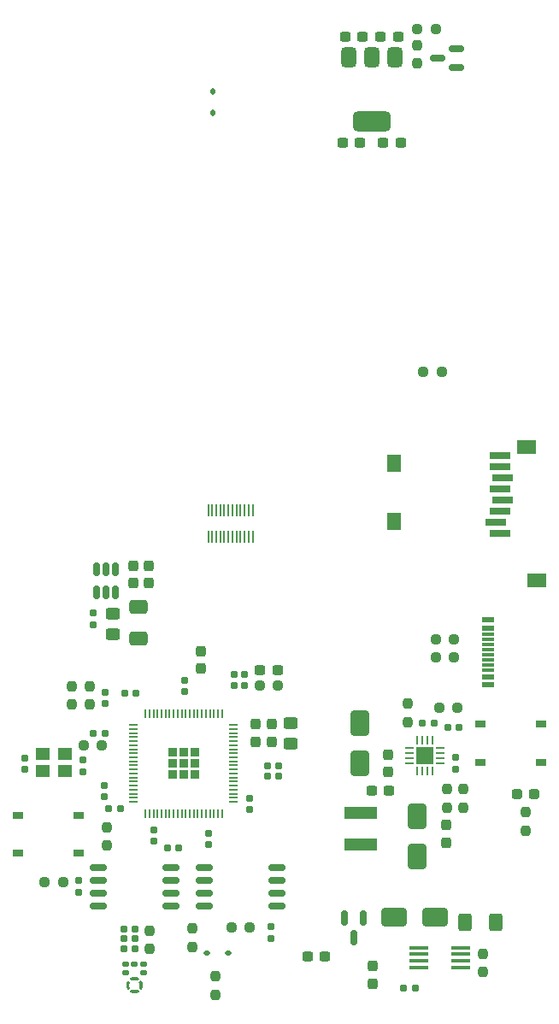
<source format=gbp>
%TF.GenerationSoftware,KiCad,Pcbnew,9.0.0*%
%TF.CreationDate,2025-09-17T13:37:23-06:00*%
%TF.ProjectId,OSS Radio Hardware Design,4f535320-5261-4646-996f-204861726477,rev?*%
%TF.SameCoordinates,Original*%
%TF.FileFunction,Paste,Bot*%
%TF.FilePolarity,Positive*%
%FSLAX46Y46*%
G04 Gerber Fmt 4.6, Leading zero omitted, Abs format (unit mm)*
G04 Created by KiCad (PCBNEW 9.0.0) date 2025-09-17 13:37:23*
%MOMM*%
%LPD*%
G01*
G04 APERTURE LIST*
G04 Aperture macros list*
%AMRoundRect*
0 Rectangle with rounded corners*
0 $1 Rounding radius*
0 $2 $3 $4 $5 $6 $7 $8 $9 X,Y pos of 4 corners*
0 Add a 4 corners polygon primitive as box body*
4,1,4,$2,$3,$4,$5,$6,$7,$8,$9,$2,$3,0*
0 Add four circle primitives for the rounded corners*
1,1,$1+$1,$2,$3*
1,1,$1+$1,$4,$5*
1,1,$1+$1,$6,$7*
1,1,$1+$1,$8,$9*
0 Add four rect primitives between the rounded corners*
20,1,$1+$1,$2,$3,$4,$5,0*
20,1,$1+$1,$4,$5,$6,$7,0*
20,1,$1+$1,$6,$7,$8,$9,0*
20,1,$1+$1,$8,$9,$2,$3,0*%
G04 Aperture macros list end*
%ADD10C,0.000000*%
%ADD11RoundRect,0.237500X0.237500X-0.250000X0.237500X0.250000X-0.237500X0.250000X-0.237500X-0.250000X0*%
%ADD12RoundRect,0.155000X-0.155000X0.212500X-0.155000X-0.212500X0.155000X-0.212500X0.155000X0.212500X0*%
%ADD13R,1.000000X0.750000*%
%ADD14RoundRect,0.237500X0.250000X0.237500X-0.250000X0.237500X-0.250000X-0.237500X0.250000X-0.237500X0*%
%ADD15RoundRect,0.250000X-1.000000X-0.650000X1.000000X-0.650000X1.000000X0.650000X-1.000000X0.650000X0*%
%ADD16RoundRect,0.237500X-0.300000X-0.237500X0.300000X-0.237500X0.300000X0.237500X-0.300000X0.237500X0*%
%ADD17RoundRect,0.237500X-0.237500X0.250000X-0.237500X-0.250000X0.237500X-0.250000X0.237500X0.250000X0*%
%ADD18RoundRect,0.155000X0.155000X-0.212500X0.155000X0.212500X-0.155000X0.212500X-0.155000X-0.212500X0*%
%ADD19RoundRect,0.155000X-0.212500X-0.155000X0.212500X-0.155000X0.212500X0.155000X-0.212500X0.155000X0*%
%ADD20RoundRect,0.162500X-0.650000X-0.162500X0.650000X-0.162500X0.650000X0.162500X-0.650000X0.162500X0*%
%ADD21RoundRect,0.150000X-0.150000X0.512500X-0.150000X-0.512500X0.150000X-0.512500X0.150000X0.512500X0*%
%ADD22RoundRect,0.250000X0.650000X-1.000000X0.650000X1.000000X-0.650000X1.000000X-0.650000X-1.000000X0*%
%ADD23R,3.300000X1.200000*%
%ADD24R,1.400000X1.200000*%
%ADD25RoundRect,0.155000X0.212500X0.155000X-0.212500X0.155000X-0.212500X-0.155000X0.212500X-0.155000X0*%
%ADD26RoundRect,0.237500X0.237500X-0.300000X0.237500X0.300000X-0.237500X0.300000X-0.237500X-0.300000X0*%
%ADD27RoundRect,0.237500X-0.237500X0.300000X-0.237500X-0.300000X0.237500X-0.300000X0.237500X0.300000X0*%
%ADD28R,1.240000X0.600000*%
%ADD29R,1.240000X0.300000*%
%ADD30RoundRect,0.237500X-0.250000X-0.237500X0.250000X-0.237500X0.250000X0.237500X-0.250000X0.237500X0*%
%ADD31R,1.828800X0.457200*%
%ADD32RoundRect,0.150000X0.587500X0.150000X-0.587500X0.150000X-0.587500X-0.150000X0.587500X-0.150000X0*%
%ADD33RoundRect,0.250000X0.450000X-0.325000X0.450000X0.325000X-0.450000X0.325000X-0.450000X-0.325000X0*%
%ADD34RoundRect,0.237500X0.300000X0.237500X-0.300000X0.237500X-0.300000X-0.237500X0.300000X-0.237500X0*%
%ADD35RoundRect,0.250000X0.650000X-0.412500X0.650000X0.412500X-0.650000X0.412500X-0.650000X-0.412500X0*%
%ADD36R,0.203200X1.143000*%
%ADD37RoundRect,0.112500X0.187500X0.112500X-0.187500X0.112500X-0.187500X-0.112500X0.187500X-0.112500X0*%
%ADD38R,2.000000X0.800000*%
%ADD39R,1.400000X1.800000*%
%ADD40R,1.900000X1.400000*%
%ADD41RoundRect,0.150000X-0.150000X0.587500X-0.150000X-0.587500X0.150000X-0.587500X0.150000X0.587500X0*%
%ADD42RoundRect,0.375000X-0.375000X0.625000X-0.375000X-0.625000X0.375000X-0.625000X0.375000X0.625000X0*%
%ADD43RoundRect,0.500000X-1.400000X0.500000X-1.400000X-0.500000X1.400000X-0.500000X1.400000X0.500000X0*%
%ADD44RoundRect,0.237500X0.287500X0.237500X-0.287500X0.237500X-0.287500X-0.237500X0.287500X-0.237500X0*%
%ADD45RoundRect,0.112500X0.112500X-0.187500X0.112500X0.187500X-0.112500X0.187500X-0.112500X-0.187500X0*%
%ADD46RoundRect,0.250000X-0.450000X0.325000X-0.450000X-0.325000X0.450000X-0.325000X0.450000X0.325000X0*%
%ADD47R,0.914400X0.254000*%
%ADD48R,0.254000X0.914400*%
%ADD49R,1.752600X1.752600*%
%ADD50RoundRect,0.130500X0.169500X0.130500X-0.169500X0.130500X-0.169500X-0.130500X0.169500X-0.130500X0*%
%ADD51RoundRect,0.250000X0.400000X0.625000X-0.400000X0.625000X-0.400000X-0.625000X0.400000X-0.625000X0*%
%ADD52RoundRect,0.227500X0.227500X-0.227500X0.227500X0.227500X-0.227500X0.227500X-0.227500X-0.227500X0*%
%ADD53RoundRect,0.050000X0.050000X-0.350000X0.050000X0.350000X-0.050000X0.350000X-0.050000X-0.350000X0*%
%ADD54RoundRect,0.050000X0.350000X-0.050000X0.350000X0.050000X-0.350000X0.050000X-0.350000X-0.050000X0*%
G04 APERTURE END LIST*
D10*
%TO.C,U8*%
G36*
X72573900Y-142425300D02*
G01*
X72532200Y-142500700D01*
X72503700Y-142582000D01*
X72489300Y-142666900D01*
X72489300Y-142753100D01*
X72503700Y-142838000D01*
X72532200Y-142919300D01*
X72573900Y-142994700D01*
X72359100Y-143209400D01*
X72276700Y-143080000D01*
X72220000Y-142937400D01*
X72191100Y-142786700D01*
X72191100Y-142633300D01*
X72220000Y-142482600D01*
X72276700Y-142340000D01*
X72359100Y-142210600D01*
X72573900Y-142425300D01*
G37*
G36*
X73499400Y-143350900D02*
G01*
X73370000Y-143433300D01*
X73227400Y-143490000D01*
X73076700Y-143518900D01*
X72923300Y-143518900D01*
X72772600Y-143490000D01*
X72630000Y-143433300D01*
X72500600Y-143350900D01*
X72715300Y-143136100D01*
X72790700Y-143177800D01*
X72872000Y-143206300D01*
X72956900Y-143220700D01*
X73043100Y-143220700D01*
X73128000Y-143206300D01*
X73209300Y-143177800D01*
X73284700Y-143136100D01*
X73499400Y-143350900D01*
G37*
G36*
X73227400Y-141930000D02*
G01*
X73370000Y-141986700D01*
X73499400Y-142069100D01*
X73284700Y-142283900D01*
X73209300Y-142242200D01*
X73128000Y-142213700D01*
X73043100Y-142199300D01*
X72956900Y-142199300D01*
X72872000Y-142213700D01*
X72790700Y-142242200D01*
X72715300Y-142283900D01*
X72500600Y-142069100D01*
X72630000Y-141986700D01*
X72772600Y-141930000D01*
X72923300Y-141901100D01*
X73076700Y-141901100D01*
X73227400Y-141930000D01*
G37*
G36*
X73723300Y-142340000D02*
G01*
X73780000Y-142482600D01*
X73808900Y-142633300D01*
X73808900Y-142786700D01*
X73780000Y-142937400D01*
X73723300Y-143080000D01*
X73640900Y-143209400D01*
X73426100Y-142994700D01*
X73467800Y-142919300D01*
X73496300Y-142838000D01*
X73510700Y-142753100D01*
X73510700Y-142666900D01*
X73496300Y-142582000D01*
X73467800Y-142500700D01*
X73426100Y-142425300D01*
X73640900Y-142210600D01*
X73723300Y-142340000D01*
G37*
%TD*%
D11*
%TO.C,R3*%
X81000000Y-143662500D03*
X81000000Y-141837500D03*
%TD*%
D12*
%TO.C,C14*%
X82875000Y-111932500D03*
X82875000Y-113067500D03*
%TD*%
D13*
%TO.C,SW_RESET1*%
X61500000Y-129625000D03*
X67500000Y-129625000D03*
X61500000Y-125875000D03*
X67500000Y-125875000D03*
%TD*%
D14*
%TO.C,R1*%
X84412500Y-137000000D03*
X82587500Y-137000000D03*
%TD*%
D13*
%TO.C,SW_BOOTSEL1*%
X107250000Y-120625000D03*
X113250000Y-120625000D03*
X107250000Y-116875000D03*
X113250000Y-116875000D03*
%TD*%
D15*
%TO.C,D55*%
X98752400Y-135980700D03*
X102752400Y-135980700D03*
%TD*%
D16*
%TO.C,C78*%
X93637500Y-59250000D03*
X95362500Y-59250000D03*
%TD*%
D17*
%TO.C,R38*%
X104000000Y-123312500D03*
X104000000Y-125137500D03*
%TD*%
D18*
%TO.C,C1*%
X86500000Y-138067500D03*
X86500000Y-136932500D03*
%TD*%
D19*
%TO.C,C47*%
X71932500Y-139136000D03*
X73067500Y-139136000D03*
%TD*%
D20*
%TO.C,U1*%
X79912500Y-134905000D03*
X79912500Y-133635000D03*
X79912500Y-132365000D03*
X79912500Y-131095000D03*
X87087500Y-131095000D03*
X87087500Y-132365000D03*
X87087500Y-133635000D03*
X87087500Y-134905000D03*
%TD*%
%TO.C,U5*%
X69412500Y-134905000D03*
X69412500Y-133635000D03*
X69412500Y-132365000D03*
X69412500Y-131095000D03*
X76587500Y-131095000D03*
X76587500Y-132365000D03*
X76587500Y-133635000D03*
X76587500Y-134905000D03*
%TD*%
D21*
%TO.C,U4*%
X69250000Y-101512500D03*
X70200000Y-101512500D03*
X71150000Y-101512500D03*
X71150000Y-103787500D03*
X70200000Y-103787500D03*
X69250000Y-103787500D03*
%TD*%
D11*
%TO.C,R50*%
X70250000Y-128912500D03*
X70250000Y-127087500D03*
%TD*%
D22*
%TO.C,D30*%
X95337500Y-120725000D03*
X95337500Y-116725000D03*
%TD*%
D23*
%TO.C,L3*%
X95440000Y-125680000D03*
X95440000Y-128780000D03*
%TD*%
D24*
%TO.C,Y1*%
X66100000Y-121500000D03*
X63900000Y-121500000D03*
X63900000Y-119800000D03*
X66100000Y-119800000D03*
%TD*%
D25*
%TO.C,C52*%
X102655000Y-116725000D03*
X101520000Y-116725000D03*
%TD*%
D26*
%TO.C,C4*%
X86570000Y-118612500D03*
X86570000Y-116887500D03*
%TD*%
D18*
%TO.C,C7*%
X70080000Y-114817500D03*
X70080000Y-113682500D03*
%TD*%
%TO.C,C11*%
X70010000Y-124067500D03*
X70010000Y-122932500D03*
%TD*%
D27*
%TO.C,C97*%
X72895000Y-101175000D03*
X72895000Y-102900000D03*
%TD*%
D18*
%TO.C,C15*%
X62100000Y-121367500D03*
X62100000Y-120232500D03*
%TD*%
D28*
%TO.C,J2*%
X108050000Y-106550000D03*
X108050000Y-107350000D03*
D29*
X108050000Y-108500000D03*
X108050000Y-109500000D03*
X108050000Y-110000000D03*
X108050000Y-111000000D03*
D28*
X108050000Y-112150000D03*
X108050000Y-112950000D03*
X108050000Y-112950000D03*
X108050000Y-112150000D03*
D29*
X108050000Y-111500000D03*
X108050000Y-110500000D03*
X108050000Y-109000000D03*
X108050000Y-108000000D03*
D28*
X108050000Y-107350000D03*
X108050000Y-106550000D03*
%TD*%
D11*
%TO.C,R18*%
X68580000Y-114912500D03*
X68580000Y-113087500D03*
%TD*%
D30*
%TO.C,R54*%
X101587500Y-82000000D03*
X103412500Y-82000000D03*
%TD*%
D12*
%TO.C,C12*%
X78000000Y-112532500D03*
X78000000Y-113667500D03*
%TD*%
D19*
%TO.C,C37*%
X86182500Y-121000000D03*
X87317500Y-121000000D03*
%TD*%
%TO.C,C68*%
X70442500Y-125250000D03*
X71577500Y-125250000D03*
%TD*%
D31*
%TO.C,U9*%
X105347900Y-139005701D03*
X105347900Y-139655699D03*
X105347900Y-140305701D03*
X105347900Y-140955699D03*
X101156900Y-140955699D03*
X101156900Y-140305701D03*
X101156900Y-139655699D03*
X101156900Y-139005701D03*
%TD*%
D26*
%TO.C,C51*%
X98087500Y-121587500D03*
X98087500Y-119862500D03*
%TD*%
D19*
%TO.C,C43*%
X71932500Y-137136000D03*
X73067500Y-137136000D03*
%TD*%
D32*
%TO.C,Q7*%
X104887500Y-49925000D03*
X104887500Y-51825000D03*
X103012500Y-50875000D03*
%TD*%
D17*
%TO.C,R17*%
X66830000Y-113087500D03*
X66830000Y-114912500D03*
%TD*%
D16*
%TO.C,C58*%
X96475000Y-123475000D03*
X98200000Y-123475000D03*
%TD*%
D33*
%TO.C,L1*%
X88500000Y-118775000D03*
X88500000Y-116725000D03*
%TD*%
D11*
%TO.C,R28*%
X78750000Y-138912500D03*
X78750000Y-137087500D03*
%TD*%
D34*
%TO.C,C54*%
X91862500Y-139900000D03*
X90137500Y-139900000D03*
%TD*%
D35*
%TO.C,C99*%
X73395000Y-108375000D03*
X73395000Y-105250000D03*
%TD*%
D30*
%TO.C,R4*%
X102837500Y-110250000D03*
X104662500Y-110250000D03*
%TD*%
D36*
%TO.C,J5*%
X84700001Y-98320000D03*
X84299999Y-98320000D03*
X83900000Y-98320000D03*
X83500001Y-98320000D03*
X83099999Y-98320000D03*
X82700000Y-98320000D03*
X82300000Y-98320000D03*
X81900001Y-98320000D03*
X81499999Y-98320000D03*
X81100000Y-98320000D03*
X80700001Y-98320000D03*
X80299999Y-98320000D03*
X84700001Y-95680000D03*
X84299999Y-95680000D03*
X83900000Y-95680000D03*
X83500001Y-95680000D03*
X83099999Y-95680000D03*
X82700000Y-95680000D03*
X82300000Y-95680000D03*
X81900001Y-95680000D03*
X81499999Y-95680000D03*
X81100000Y-95680000D03*
X80700001Y-95680000D03*
X80299999Y-95680000D03*
%TD*%
D18*
%TO.C,C67*%
X74925000Y-128442500D03*
X74925000Y-127307500D03*
%TD*%
D17*
%TO.C,R36*%
X100087500Y-114812500D03*
X100087500Y-116637500D03*
%TD*%
D12*
%TO.C,C19*%
X67900000Y-120432500D03*
X67900000Y-121567500D03*
%TD*%
D25*
%TO.C,C61*%
X105155000Y-117225000D03*
X104020000Y-117225000D03*
%TD*%
D37*
%TO.C,D59*%
X82300000Y-139500000D03*
X80200000Y-139500000D03*
%TD*%
D38*
%TO.C,J4*%
X109225000Y-97940000D03*
X108825000Y-96840000D03*
X109225000Y-95740000D03*
X109425000Y-94640000D03*
X109225000Y-93540000D03*
X109425000Y-92440000D03*
X109225000Y-91340000D03*
X109225000Y-90240000D03*
D39*
X98675000Y-91050000D03*
X98675000Y-96750000D03*
D40*
X111825000Y-89450000D03*
X112825000Y-102600000D03*
%TD*%
D19*
%TO.C,C9*%
X72012500Y-113800000D03*
X73147500Y-113800000D03*
%TD*%
D25*
%TO.C,C55*%
X100819900Y-142980700D03*
X99684900Y-142980700D03*
%TD*%
D14*
%TO.C,R39*%
X105000000Y-115225000D03*
X103175000Y-115225000D03*
%TD*%
D11*
%TO.C,R37*%
X105605000Y-125137500D03*
X105605000Y-123312500D03*
%TD*%
D41*
%TO.C,Q2*%
X93802400Y-136105700D03*
X95702400Y-136105700D03*
X94752400Y-137980700D03*
%TD*%
D11*
%TO.C,R29*%
X107500000Y-141412500D03*
X107500000Y-139587500D03*
%TD*%
D25*
%TO.C,C17*%
X70067500Y-117750000D03*
X68932500Y-117750000D03*
%TD*%
D42*
%TO.C,U13*%
X94200000Y-50850000D03*
X96500000Y-50850000D03*
D43*
X96500000Y-57150000D03*
D42*
X98800000Y-50850000D03*
%TD*%
D17*
%TO.C,R10*%
X101000000Y-49587500D03*
X101000000Y-51412500D03*
%TD*%
D26*
%TO.C,C16*%
X79600000Y-111362500D03*
X79600000Y-109637500D03*
%TD*%
D44*
%TO.C,D26*%
X112625000Y-123750000D03*
X110875000Y-123750000D03*
%TD*%
D18*
%TO.C,C8*%
X80300000Y-128817500D03*
X80300000Y-127682500D03*
%TD*%
D45*
%TO.C,D29*%
X80750000Y-56300000D03*
X80750000Y-54200000D03*
%TD*%
D27*
%TO.C,C96*%
X74395000Y-101175000D03*
X74395000Y-102900000D03*
%TD*%
D11*
%TO.C,R23*%
X74500000Y-139144500D03*
X74500000Y-137319500D03*
%TD*%
D18*
%TO.C,C59*%
X104837500Y-121317500D03*
X104837500Y-120182500D03*
%TD*%
D30*
%TO.C,R2*%
X85382500Y-113000000D03*
X87207500Y-113000000D03*
%TD*%
D17*
%TO.C,R49*%
X111750000Y-125587500D03*
X111750000Y-127412500D03*
%TD*%
D34*
%TO.C,C69*%
X99362500Y-59250000D03*
X97637500Y-59250000D03*
%TD*%
D46*
%TO.C,L4*%
X70895000Y-105900000D03*
X70895000Y-107950000D03*
%TD*%
D34*
%TO.C,C2*%
X87157500Y-111500000D03*
X85432500Y-111500000D03*
%TD*%
D18*
%TO.C,C66*%
X84400000Y-125317500D03*
X84400000Y-124182500D03*
%TD*%
D12*
%TO.C,C41*%
X67500000Y-132365000D03*
X67500000Y-133500000D03*
%TD*%
D26*
%TO.C,C3*%
X85000000Y-118612500D03*
X85000000Y-116887500D03*
%TD*%
D47*
%TO.C,U10*%
X100226189Y-120749189D03*
X100226189Y-120249063D03*
X100226189Y-119748937D03*
X100226189Y-119248811D03*
D48*
X101000000Y-118475000D03*
X101500126Y-118475000D03*
X102000252Y-118475000D03*
X102500378Y-118475000D03*
D47*
X103274189Y-119248811D03*
X103274189Y-119748937D03*
X103274189Y-120249063D03*
X103274189Y-120749189D03*
D48*
X102500378Y-121523000D03*
X102000252Y-121523000D03*
X101500126Y-121523000D03*
X101000000Y-121523000D03*
D49*
X101750189Y-119999000D03*
%TD*%
D50*
%TO.C,U8*%
X73900000Y-140636000D03*
X73900000Y-141458000D03*
X72100000Y-141458000D03*
X72100000Y-140636000D03*
X73000000Y-140636000D03*
%TD*%
D14*
%TO.C,R11*%
X102837500Y-47975000D03*
X101012500Y-47975000D03*
%TD*%
D25*
%TO.C,C18*%
X77367500Y-129100000D03*
X76232500Y-129100000D03*
%TD*%
D16*
%TO.C,C63*%
X97387500Y-48750000D03*
X99112500Y-48750000D03*
%TD*%
D51*
%TO.C,R25*%
X108802400Y-136480700D03*
X105702400Y-136480700D03*
%TD*%
D27*
%TO.C,C60*%
X103837500Y-126862500D03*
X103837500Y-128587500D03*
%TD*%
D12*
%TO.C,C98*%
X68895000Y-105857500D03*
X68895000Y-106992500D03*
%TD*%
D25*
%TO.C,C10*%
X87317500Y-122000000D03*
X86182500Y-122000000D03*
%TD*%
D19*
%TO.C,C49*%
X71932500Y-138136000D03*
X73067500Y-138136000D03*
%TD*%
D52*
%TO.C,U7*%
X76750000Y-121880000D03*
X77880000Y-121880000D03*
X79010000Y-121880000D03*
X76750000Y-120750000D03*
X77880000Y-120750000D03*
X79010000Y-120750000D03*
X76750000Y-119620000D03*
X77880000Y-119620000D03*
X79010000Y-119620000D03*
D53*
X81680000Y-125700000D03*
X81280000Y-125700000D03*
X80880000Y-125700000D03*
X80480000Y-125700000D03*
X80080000Y-125700000D03*
X79680000Y-125700000D03*
X79280000Y-125700000D03*
X78880000Y-125700000D03*
X78480000Y-125700000D03*
X78080000Y-125700000D03*
X77680000Y-125700000D03*
X77280000Y-125700000D03*
X76880000Y-125700000D03*
X76480000Y-125700000D03*
X76080000Y-125700000D03*
X75680000Y-125700000D03*
X75280000Y-125700000D03*
X74880000Y-125700000D03*
X74480000Y-125700000D03*
X74080000Y-125700000D03*
D54*
X72930000Y-124550000D03*
X72930000Y-124150000D03*
X72930000Y-123750000D03*
X72930000Y-123350000D03*
X72930000Y-122950000D03*
X72930000Y-122550000D03*
X72930000Y-122150000D03*
X72930000Y-121750000D03*
X72930000Y-121350000D03*
X72930000Y-120950000D03*
X72930000Y-120550000D03*
X72930000Y-120150000D03*
X72930000Y-119750000D03*
X72930000Y-119350000D03*
X72930000Y-118950000D03*
X72930000Y-118550000D03*
X72930000Y-118150000D03*
X72930000Y-117750000D03*
X72930000Y-117350000D03*
X72930000Y-116950000D03*
D53*
X74080000Y-115800000D03*
X74480000Y-115800000D03*
X74880000Y-115800000D03*
X75280000Y-115800000D03*
X75680000Y-115800000D03*
X76080000Y-115800000D03*
X76480000Y-115800000D03*
X76880000Y-115800000D03*
X77280000Y-115800000D03*
X77680000Y-115800000D03*
X78080000Y-115800000D03*
X78480000Y-115800000D03*
X78880000Y-115800000D03*
X79280000Y-115800000D03*
X79680000Y-115800000D03*
X80080000Y-115800000D03*
X80480000Y-115800000D03*
X80880000Y-115800000D03*
X81280000Y-115800000D03*
X81680000Y-115800000D03*
D54*
X82830000Y-116950000D03*
X82830000Y-117350000D03*
X82830000Y-117750000D03*
X82830000Y-118150000D03*
X82830000Y-118550000D03*
X82830000Y-118950000D03*
X82830000Y-119350000D03*
X82830000Y-119750000D03*
X82830000Y-120150000D03*
X82830000Y-120550000D03*
X82830000Y-120950000D03*
X82830000Y-121350000D03*
X82830000Y-121750000D03*
X82830000Y-122150000D03*
X82830000Y-122550000D03*
X82830000Y-122950000D03*
X82830000Y-123350000D03*
X82830000Y-123750000D03*
X82830000Y-124150000D03*
X82830000Y-124550000D03*
%TD*%
D14*
%TO.C,R7*%
X65912500Y-132500000D03*
X64087500Y-132500000D03*
%TD*%
D27*
%TO.C,C53*%
X96600000Y-140837500D03*
X96600000Y-142562500D03*
%TD*%
D16*
%TO.C,C64*%
X93887500Y-48750000D03*
X95612500Y-48750000D03*
%TD*%
D22*
%TO.C,D54*%
X101000000Y-129975000D03*
X101000000Y-125975000D03*
%TD*%
D14*
%TO.C,R6*%
X69762500Y-118975000D03*
X67937500Y-118975000D03*
%TD*%
D12*
%TO.C,C13*%
X83875000Y-111932500D03*
X83875000Y-113067500D03*
%TD*%
D30*
%TO.C,R5*%
X102837500Y-108500000D03*
X104662500Y-108500000D03*
%TD*%
M02*

</source>
